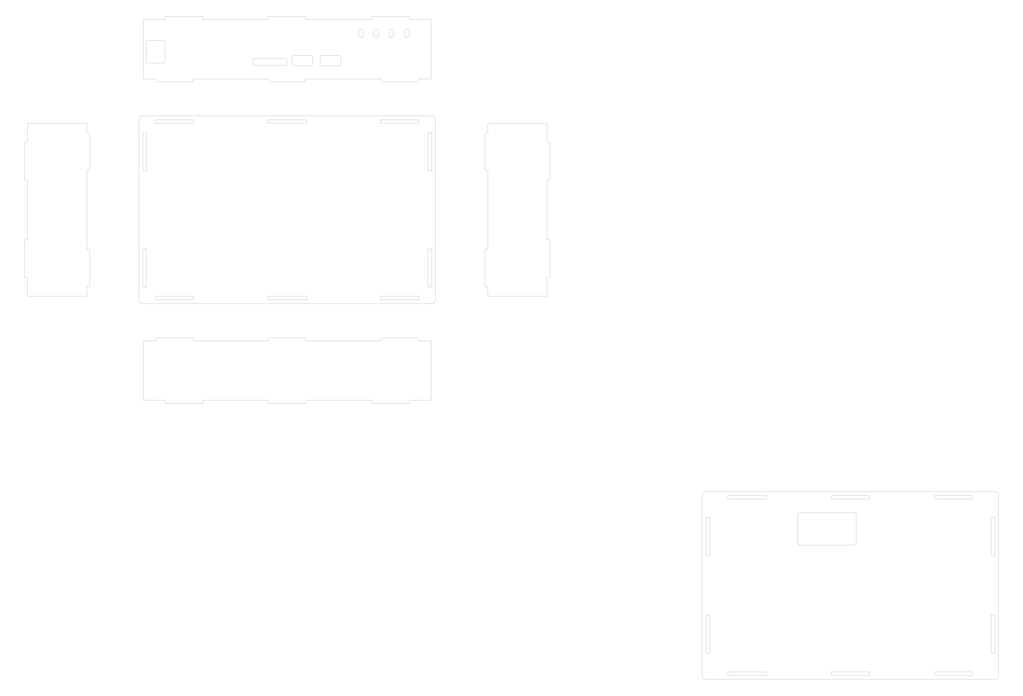
<source format=gbr>
%TF.GenerationSoftware,KiCad,Pcbnew,9.0.6-9.0.6~ubuntu24.04.1*%
%TF.CreationDate,2025-11-16T17:23:56+08:00*%
%TF.ProjectId,ksoloti_gills_panel,6b736f6c-6f74-4695-9f67-696c6c735f70,v0.6*%
%TF.SameCoordinates,Original*%
%TF.FileFunction,Profile,NP*%
%FSLAX46Y46*%
G04 Gerber Fmt 4.6, Leading zero omitted, Abs format (unit mm)*
G04 Created by KiCad (PCBNEW 9.0.6-9.0.6~ubuntu24.04.1) date 2025-11-16 17:23:56*
%MOMM*%
%LPD*%
G01*
G04 APERTURE LIST*
%TA.AperFunction,Profile*%
%ADD10C,0.050000*%
%TD*%
%TA.AperFunction,Profile*%
%ADD11C,0.100000*%
%TD*%
G04 APERTURE END LIST*
D10*
X126697800Y284442000D02*
X126697800Y252842000D01*
X100997800Y251242000D02*
G75*
G02*
X99997824Y252242000I38J1000014D01*
G01*
X156797800Y162242000D02*
X156797800Y204242000D01*
X90527989Y276142000D02*
X90527989Y278142000D01*
X68511989Y259842000D02*
X77511989Y259842000D01*
X-15002200Y284442000D02*
X-15002200Y286042000D01*
X-15088011Y262342000D02*
G75*
G02*
X-16088011Y261342063I-999951J14D01*
G01*
X99997800Y113442000D02*
X59997800Y113442000D01*
X-26702200Y284442000D02*
X-15002200Y284442000D01*
D11*
X126997800Y233242000D02*
G75*
G02*
X128997824Y231242000I138J-1999886D01*
G01*
D10*
X-55200000Y143242000D02*
G75*
G02*
X-56200000Y142242052I-999962J14D01*
G01*
X39997800Y113442000D02*
X-2200Y113442000D01*
X-56202200Y204242000D02*
X-56802200Y204242000D01*
X104283989Y278142000D02*
X104283989Y276142000D01*
X-56200000Y162242000D02*
G75*
G02*
X-55199976Y161242000I38J-999986D01*
G01*
X-20002200Y113442000D02*
X-26702200Y113442000D01*
X96155989Y278142000D02*
X96155989Y276142000D01*
X32811989Y260142000D02*
G75*
G02*
X31811924Y261142000I49J1000114D01*
G01*
X-88402200Y167242000D02*
X-88402200Y199242000D01*
X114997800Y284442000D02*
X126697800Y284442000D01*
X114911989Y276142000D02*
X114911989Y278142000D01*
D11*
X-27002200Y133242000D02*
G75*
G02*
X-29002176Y135242000I38J2000014D01*
G01*
D10*
X-1002200Y115042000D02*
G75*
G02*
X-2176Y114042000I38J-999986D01*
G01*
D11*
X128997800Y135242000D02*
G75*
G02*
X126997800Y133241952I-2000062J14D01*
G01*
D10*
X90527989Y276142000D02*
G75*
G02*
X88027989Y276142000I-1250000J0D01*
G01*
X99997800Y114042000D02*
G75*
G02*
X100997800Y115041952I999938J14D01*
G01*
X189997800Y219242000D02*
X189997800Y199242000D01*
X155197800Y161242000D02*
G75*
G02*
X156197800Y162242052I1000038J14D01*
G01*
X63511989Y260842000D02*
G75*
G02*
X62511989Y259842063I-1000051J114D01*
G01*
X-56802200Y224242000D02*
X-56202200Y224242000D01*
X-20002200Y114042000D02*
G75*
G02*
X-19002200Y115041952I999938J14D01*
G01*
X31811989Y262742000D02*
G75*
G02*
X32811989Y263742063I1000149J-86D01*
G01*
X114997800Y286042000D02*
X114997800Y284442000D01*
X114997800Y80242000D02*
X94997800Y80242000D01*
X39997800Y80242000D02*
X39997800Y81842000D01*
X-15002200Y286042000D02*
X4997800Y286042000D01*
X-56200000Y142242000D02*
X-56802200Y142242000D01*
X-15002200Y80242000D02*
X-15002200Y81842000D01*
X52511989Y264442000D02*
X52511989Y260879893D01*
X-56802200Y137242000D02*
X-88402200Y137242000D01*
X189997800Y147242000D02*
X188397800Y147242000D01*
X67511989Y264442000D02*
X67511989Y260879893D01*
X-55202200Y223242000D02*
X-55202200Y205242000D01*
X59997800Y81842000D02*
X59997800Y80242000D01*
X118997800Y115042000D02*
G75*
G02*
X119997824Y114042000I38J-999986D01*
G01*
X99797800Y231142000D02*
X120197800Y231142000D01*
X120197800Y229242000D01*
X99797800Y229242000D01*
X99797800Y231142000D01*
X98655989Y276142000D02*
G75*
G02*
X96155989Y276142000I-1250000J0D01*
G01*
X59997800Y252242000D02*
G75*
G02*
X58997800Y251242052I-999962J14D01*
G01*
X106783989Y276142000D02*
G75*
G02*
X104283989Y276142000I-1250000J0D01*
G01*
X-26702200Y81842000D02*
X-26702200Y113442000D01*
D11*
X-27002200Y133242000D02*
X126997800Y133242000D01*
D10*
X67511989Y264442000D02*
G75*
G02*
X68511989Y265442063I999949J114D01*
G01*
X31811989Y261142000D02*
X31811989Y262742000D01*
X-56802200Y224242000D02*
X-56802200Y229242000D01*
X-88402200Y219242000D02*
X-88402200Y229242000D01*
X39997800Y114042000D02*
G75*
G02*
X40997800Y115041952I999938J14D01*
G01*
X-56202200Y224242000D02*
G75*
G02*
X-55202176Y223242000I38J-999986D01*
G01*
X-56802200Y162242000D02*
X-56200000Y162242000D01*
X77511989Y265442000D02*
X68511989Y265442000D01*
D11*
X128997800Y135242000D02*
X128997800Y231242000D01*
D10*
X156797800Y204242000D02*
X156197800Y204242000D01*
X99797800Y137242000D02*
X120197800Y137242000D01*
X120197800Y135342000D01*
X99797800Y135342000D01*
X99797800Y137242000D01*
X-56802200Y229242000D02*
X-88402200Y229242000D01*
X188397800Y219242000D02*
X189997800Y219242000D01*
X94997800Y284442000D02*
X94997800Y286042000D01*
X58997800Y115042000D02*
G75*
G02*
X59997824Y114042000I38J-999986D01*
G01*
X-19002200Y251242000D02*
G75*
G02*
X-20002176Y252242000I38J1000014D01*
G01*
X48811989Y263742000D02*
X32811989Y263742000D01*
X124997800Y162442000D02*
X126897800Y162442000D01*
X126897800Y142042000D01*
X124997800Y142042000D01*
X124997800Y162442000D01*
X-2200Y114042000D02*
X-2200Y113442000D01*
X88027989Y278142000D02*
G75*
G02*
X90527989Y278142000I1250000J0D01*
G01*
X-20002200Y113442000D02*
X-20002200Y114042000D01*
X39997800Y81842000D02*
X4997800Y81842000D01*
X188397800Y199242000D02*
X188397800Y167242000D01*
X59997800Y80242000D02*
X39997800Y80242000D01*
X-25088011Y272342000D02*
G75*
G02*
X-24088011Y273342063I1000049J14D01*
G01*
X119997800Y252842000D02*
X119997800Y252242000D01*
X62511989Y265442000D02*
X53511989Y265442000D01*
X-90002200Y219242000D02*
X-88402200Y219242000D01*
X-20002200Y252842000D02*
X-26702200Y252842000D01*
X156797800Y224242000D02*
X156797800Y229242000D01*
X-88402200Y137242000D02*
X-88402200Y147242000D01*
X-2200Y252842000D02*
X-2200Y252242000D01*
X114997800Y81842000D02*
X114997800Y80242000D01*
X48811989Y263742000D02*
G75*
G02*
X49811924Y262742000I49J-999886D01*
G01*
X59997800Y252842000D02*
X59997800Y252242000D01*
X63511989Y260842000D02*
X63511989Y264442000D01*
X59997800Y284442000D02*
X94997800Y284442000D01*
X78511989Y260842000D02*
G75*
G02*
X77511989Y259842063I-1000051J114D01*
G01*
X156197800Y162242000D02*
X156797800Y162242000D01*
X-90002200Y147242000D02*
X-90002200Y167242000D01*
X-26702200Y252842000D02*
X-26702200Y284442000D01*
X94997800Y286042000D02*
X114997800Y286042000D01*
X59997800Y252842000D02*
X99997800Y252842000D01*
X99997800Y113442000D02*
X99997800Y114042000D01*
X-15088011Y272342000D02*
X-15088011Y262342000D01*
X156197800Y224242000D02*
X156797800Y224242000D01*
X49811989Y261142000D02*
G75*
G02*
X48811989Y260142063I-999851J-86D01*
G01*
X39997800Y286042000D02*
X59997800Y286042000D01*
X-20202200Y231142000D02*
X197800Y231142000D01*
X197800Y229242000D01*
X-20202200Y229242000D01*
X-20202200Y231142000D01*
X49811989Y261142000D02*
X49811989Y262742000D01*
X189997800Y167242000D02*
X189997800Y147242000D01*
X-24088011Y261342000D02*
G75*
G02*
X-25087976Y262342000I49J1000014D01*
G01*
X98655989Y276142000D02*
X98655989Y278142000D01*
X39997800Y284442000D02*
X39997800Y286042000D01*
X4997800Y80242000D02*
X-15002200Y80242000D01*
X68511989Y259842000D02*
G75*
G02*
X67511919Y260879893I38249J1037614D01*
G01*
X-19002200Y115042000D02*
X-1002200Y115042000D01*
X156797800Y229242000D02*
X188397800Y229242000D01*
X-56802200Y142242000D02*
X-56802200Y137242000D01*
X155197800Y223242000D02*
G75*
G02*
X156197800Y224242052I1000038J14D01*
G01*
X104283989Y278142000D02*
G75*
G02*
X106783989Y278142000I1250000J0D01*
G01*
X53511989Y259842000D02*
G75*
G02*
X52511919Y260879893I38249J1037614D01*
G01*
X-2200Y252242000D02*
G75*
G02*
X-1002200Y251242052I-999962J14D01*
G01*
X126697800Y113442000D02*
X126697800Y81842000D01*
X39997800Y252242000D02*
X39997800Y252842000D01*
X-55202200Y205242000D02*
G75*
G02*
X-56202200Y204242052I-999962J14D01*
G01*
X4997800Y286042000D02*
X4997800Y284442000D01*
X156197800Y204242000D02*
G75*
G02*
X155197824Y205242000I38J1000014D01*
G01*
X94997800Y81842000D02*
X59997800Y81842000D01*
X119997800Y113442000D02*
X126697800Y113442000D01*
X99997800Y252242000D02*
X99997800Y252842000D01*
X-24088011Y273342000D02*
X-16088011Y273342000D01*
X39797800Y137242000D02*
X60197800Y137242000D01*
X60197800Y135342000D01*
X39797800Y135342000D01*
X39797800Y137242000D01*
X189997800Y199242000D02*
X188397800Y199242000D01*
X-26902200Y224442000D02*
X-25002200Y224442000D01*
X-25002200Y204042000D01*
X-26902200Y204042000D01*
X-26902200Y224442000D01*
X112411989Y278142000D02*
X112411989Y276142000D01*
X188397800Y147242000D02*
X188397800Y137242000D01*
X156197800Y142242000D02*
G75*
G02*
X155197824Y143242000I38J1000014D01*
G01*
X188397800Y167242000D02*
X189997800Y167242000D01*
X-16088011Y261342000D02*
X-24088011Y261342000D01*
X155197800Y205242000D02*
X155197800Y223242000D01*
X-20202200Y137242000D02*
X197800Y137242000D01*
X197800Y135342000D01*
X-20202200Y135342000D01*
X-20202200Y137242000D01*
X77511989Y265442000D02*
G75*
G02*
X78511924Y264442000I49J-999886D01*
G01*
X4997800Y284442000D02*
X39997800Y284442000D01*
X-25088011Y262342000D02*
X-25088011Y272342000D01*
X118997800Y251242000D02*
X100997800Y251242000D01*
X39797800Y231142000D02*
X60197800Y231142000D01*
X60197800Y229242000D01*
X39797800Y229242000D01*
X39797800Y231142000D01*
X106783989Y276142000D02*
X106783989Y278142000D01*
X62511989Y265442000D02*
G75*
G02*
X63511924Y264442000I49J-999886D01*
G01*
X58997800Y251242000D02*
X40997800Y251242000D01*
X119997800Y114042000D02*
X119997800Y113442000D01*
X52511989Y264442000D02*
G75*
G02*
X53511989Y265442063I1000149J-86D01*
G01*
X53511989Y259842000D02*
X62511989Y259842000D01*
X119997800Y252842000D02*
X126697800Y252842000D01*
X114911989Y276142000D02*
G75*
G02*
X112411989Y276142000I-1250000J0D01*
G01*
X40997800Y115042000D02*
X58997800Y115042000D01*
X40997800Y251242000D02*
G75*
G02*
X39997824Y252242000I38J1000014D01*
G01*
X-15002200Y81842000D02*
X-26702200Y81842000D01*
X-1002200Y251242000D02*
X-19002200Y251242000D01*
X59997800Y114042000D02*
X59997800Y113442000D01*
X188397800Y229242000D02*
X188397800Y219242000D01*
X94997800Y80242000D02*
X94997800Y81842000D01*
X-88402200Y147242000D02*
X-90002200Y147242000D01*
X124997800Y224442000D02*
X126897800Y224442000D01*
X126897800Y204042000D01*
X124997800Y204042000D01*
X124997800Y224442000D01*
X88027989Y278142000D02*
X88027989Y276142000D01*
X155197800Y143242000D02*
X155197800Y161242000D01*
X96155989Y278142000D02*
G75*
G02*
X98655989Y278142000I1250000J0D01*
G01*
X119997800Y252242000D02*
G75*
G02*
X118997800Y251242052I-999962J14D01*
G01*
X59997800Y286042000D02*
X59997800Y284442000D01*
D11*
X-29002200Y135242000D02*
X-29002200Y231242000D01*
D10*
X126697800Y81842000D02*
X114997800Y81842000D01*
D11*
X-29002200Y231242000D02*
G75*
G02*
X-27002200Y233242052I2000038J14D01*
G01*
D10*
X-55200000Y161242000D02*
X-55200000Y143242000D01*
X-20002200Y252242000D02*
X-20002200Y252842000D01*
X-2200Y252842000D02*
X39997800Y252842000D01*
X78511989Y260842000D02*
X78511989Y264442000D01*
X156797800Y137242000D02*
X188397800Y137242000D01*
X4997800Y81842000D02*
X4997800Y80242000D01*
X-26902200Y162442000D02*
X-25002200Y162442000D01*
X-25002200Y142042000D01*
X-26902200Y142042000D01*
X-26902200Y162442000D01*
X-16088011Y273342000D02*
G75*
G02*
X-15088076Y272342000I49J-999886D01*
G01*
X-90002200Y199242000D02*
X-90002200Y219242000D01*
X156797800Y142242000D02*
X156197800Y142242000D01*
X112411989Y278142000D02*
G75*
G02*
X114911989Y278142000I1250000J0D01*
G01*
X39997800Y113442000D02*
X39997800Y114042000D01*
X-90002200Y167242000D02*
X-88402200Y167242000D01*
X32811989Y260142000D02*
X48811989Y260142000D01*
X100997800Y115042000D02*
X118997800Y115042000D01*
X-88402200Y199242000D02*
X-90002200Y199242000D01*
X156797800Y142242000D02*
X156797800Y137242000D01*
D11*
X126997800Y233242000D02*
X-27002200Y233242000D01*
D10*
X-56802200Y204242000D02*
X-56802200Y162242000D01*
D11*
X353097800Y20952000D02*
X353097800Y5752000D01*
X272997800Y-66758000D02*
G75*
G02*
X270997824Y-64758000I38J2000014D01*
G01*
X428997800Y-64758000D02*
G75*
G02*
X426997800Y-66758048I-2000062J14D01*
G01*
D10*
X394797800Y31142000D02*
X415197800Y31142000D01*
X415197800Y29242000D01*
X394797800Y29242000D01*
X394797800Y31142000D01*
X424997800Y19442000D02*
X426897800Y19442000D01*
X426897800Y-958000D01*
X424997800Y-958000D01*
X424997800Y19442000D01*
D11*
X322897800Y4752000D02*
G75*
G02*
X321897824Y5752000I38J1000014D01*
G01*
D10*
X273097800Y-32558000D02*
X274997800Y-32558000D01*
X274997800Y-52958000D01*
X273097800Y-52958000D01*
X273097800Y-32558000D01*
D11*
X428997800Y-64758000D02*
X428997800Y31242000D01*
X270997800Y-64758000D02*
X270997800Y31242000D01*
X270997800Y31242000D02*
G75*
G02*
X272997800Y33242052I2000038J14D01*
G01*
X272997800Y-66758000D02*
X426997800Y-66758000D01*
D10*
X339797800Y-62758000D02*
X360197800Y-62758000D01*
X360197800Y-64658000D01*
X339797800Y-64658000D01*
X339797800Y-62758000D01*
D11*
X353097800Y5752000D02*
G75*
G02*
X352097800Y4752052I-999962J14D01*
G01*
D10*
X339797800Y31142000D02*
X360197800Y31142000D01*
X360197800Y29242000D01*
X339797800Y29242000D01*
X339797800Y31142000D01*
D11*
X321897800Y20952000D02*
G75*
G02*
X322897800Y21951952I999938J14D01*
G01*
X352097800Y21952000D02*
G75*
G02*
X353097824Y20952000I138J-999886D01*
G01*
D10*
X394797800Y-62758000D02*
X415197800Y-62758000D01*
X415197800Y-64658000D01*
X394797800Y-64658000D01*
X394797800Y-62758000D01*
D11*
X352097800Y4752000D02*
X322897800Y4752000D01*
X321897800Y5752000D02*
X321897800Y20952000D01*
D10*
X284797800Y31142000D02*
X305197800Y31142000D01*
X305197800Y29242000D01*
X284797800Y29242000D01*
X284797800Y31142000D01*
X284797800Y-62758000D02*
X305197800Y-62758000D01*
X305197800Y-64658000D01*
X284797800Y-64658000D01*
X284797800Y-62758000D01*
D11*
X322897800Y21952000D02*
X352097800Y21952000D01*
X426997800Y33242000D02*
G75*
G02*
X428997824Y31242000I38J-1999986D01*
G01*
D10*
X273097800Y19442000D02*
X274997800Y19442000D01*
X274997800Y-958000D01*
X273097800Y-958000D01*
X273097800Y19442000D01*
D11*
X426997800Y33242000D02*
X272997800Y33242000D01*
D10*
X424997800Y-32558000D02*
X426897800Y-32558000D01*
X426897800Y-52958000D01*
X424997800Y-52958000D01*
X424997800Y-32558000D01*
M02*

</source>
